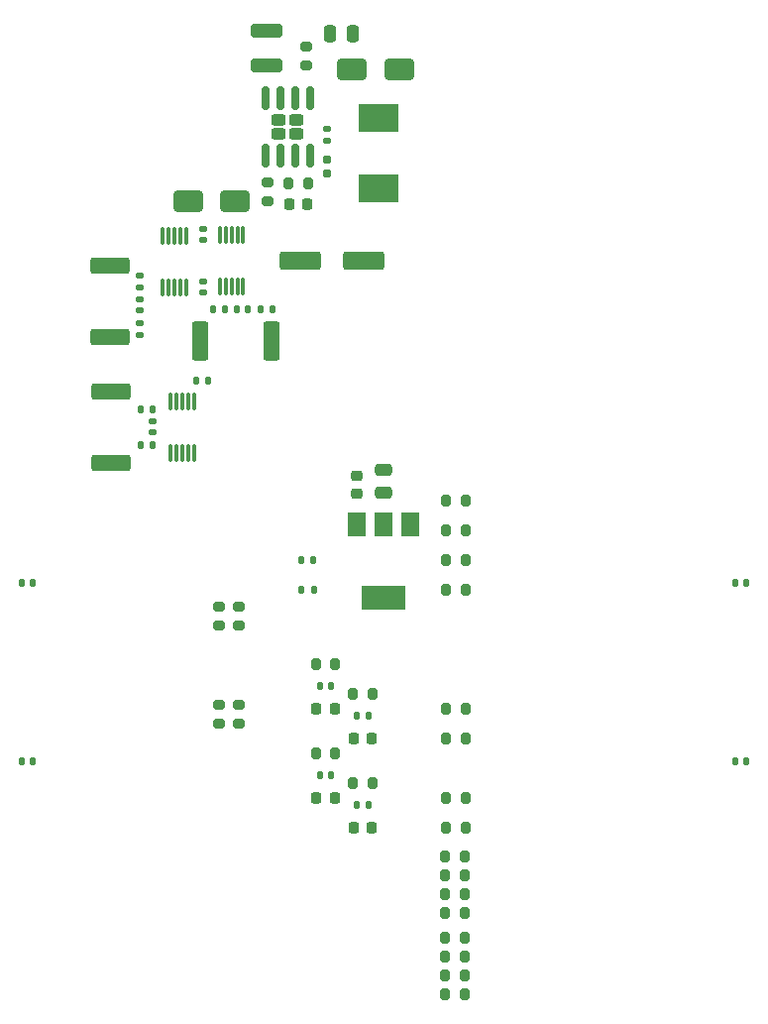
<source format=gbr>
%TF.GenerationSoftware,KiCad,Pcbnew,7.0.10-7.0.10~ubuntu22.04.1*%
%TF.CreationDate,2024-01-22T07:00:45+01:00*%
%TF.ProjectId,RobotMotorController,526f626f-744d-46f7-946f-72436f6e7472,rev?*%
%TF.SameCoordinates,Original*%
%TF.FileFunction,Paste,Top*%
%TF.FilePolarity,Positive*%
%FSLAX46Y46*%
G04 Gerber Fmt 4.6, Leading zero omitted, Abs format (unit mm)*
G04 Created by KiCad (PCBNEW 7.0.10-7.0.10~ubuntu22.04.1) date 2024-01-22 07:00:45*
%MOMM*%
%LPD*%
G01*
G04 APERTURE LIST*
G04 Aperture macros list*
%AMRoundRect*
0 Rectangle with rounded corners*
0 $1 Rounding radius*
0 $2 $3 $4 $5 $6 $7 $8 $9 X,Y pos of 4 corners*
0 Add a 4 corners polygon primitive as box body*
4,1,4,$2,$3,$4,$5,$6,$7,$8,$9,$2,$3,0*
0 Add four circle primitives for the rounded corners*
1,1,$1+$1,$2,$3*
1,1,$1+$1,$4,$5*
1,1,$1+$1,$6,$7*
1,1,$1+$1,$8,$9*
0 Add four rect primitives between the rounded corners*
20,1,$1+$1,$2,$3,$4,$5,0*
20,1,$1+$1,$4,$5,$6,$7,0*
20,1,$1+$1,$6,$7,$8,$9,0*
20,1,$1+$1,$8,$9,$2,$3,0*%
G04 Aperture macros list end*
%ADD10RoundRect,0.200000X-0.200000X-0.275000X0.200000X-0.275000X0.200000X0.275000X-0.200000X0.275000X0*%
%ADD11RoundRect,0.135000X0.135000X0.185000X-0.135000X0.185000X-0.135000X-0.185000X0.135000X-0.185000X0*%
%ADD12RoundRect,0.135000X-0.135000X-0.185000X0.135000X-0.185000X0.135000X0.185000X-0.135000X0.185000X0*%
%ADD13RoundRect,0.218750X0.218750X0.256250X-0.218750X0.256250X-0.218750X-0.256250X0.218750X-0.256250X0*%
%ADD14RoundRect,0.249999X1.425001X-0.450001X1.425001X0.450001X-1.425001X0.450001X-1.425001X-0.450001X0*%
%ADD15R,3.500000X2.350000*%
%ADD16RoundRect,0.250000X1.000000X0.650000X-1.000000X0.650000X-1.000000X-0.650000X1.000000X-0.650000X0*%
%ADD17RoundRect,0.200000X-0.275000X0.200000X-0.275000X-0.200000X0.275000X-0.200000X0.275000X0.200000X0*%
%ADD18R,1.500000X2.000000*%
%ADD19R,3.800000X2.000000*%
%ADD20RoundRect,0.140000X0.170000X-0.140000X0.170000X0.140000X-0.170000X0.140000X-0.170000X-0.140000X0*%
%ADD21RoundRect,0.140000X0.140000X0.170000X-0.140000X0.170000X-0.140000X-0.170000X0.140000X-0.170000X0*%
%ADD22RoundRect,0.225000X0.250000X-0.225000X0.250000X0.225000X-0.250000X0.225000X-0.250000X-0.225000X0*%
%ADD23RoundRect,0.140000X-0.140000X-0.170000X0.140000X-0.170000X0.140000X0.170000X-0.140000X0.170000X0*%
%ADD24RoundRect,0.075000X-0.075000X0.650000X-0.075000X-0.650000X0.075000X-0.650000X0.075000X0.650000X0*%
%ADD25RoundRect,0.240000X-0.385000X0.240000X-0.385000X-0.240000X0.385000X-0.240000X0.385000X0.240000X0*%
%ADD26RoundRect,0.150000X-0.150000X0.825000X-0.150000X-0.825000X0.150000X-0.825000X0.150000X0.825000X0*%
%ADD27RoundRect,0.200000X0.275000X-0.200000X0.275000X0.200000X-0.275000X0.200000X-0.275000X-0.200000X0*%
%ADD28RoundRect,0.075000X0.075000X-0.650000X0.075000X0.650000X-0.075000X0.650000X-0.075000X-0.650000X0*%
%ADD29RoundRect,0.250000X-0.250000X-0.475000X0.250000X-0.475000X0.250000X0.475000X-0.250000X0.475000X0*%
%ADD30RoundRect,0.140000X-0.170000X0.140000X-0.170000X-0.140000X0.170000X-0.140000X0.170000X0.140000X0*%
%ADD31RoundRect,0.160000X0.160000X-0.197500X0.160000X0.197500X-0.160000X0.197500X-0.160000X-0.197500X0*%
%ADD32RoundRect,0.249999X0.450001X1.425001X-0.450001X1.425001X-0.450001X-1.425001X0.450001X-1.425001X0*%
%ADD33RoundRect,0.135000X0.185000X-0.135000X0.185000X0.135000X-0.185000X0.135000X-0.185000X-0.135000X0*%
%ADD34RoundRect,0.250000X0.475000X-0.250000X0.475000X0.250000X-0.475000X0.250000X-0.475000X-0.250000X0*%
%ADD35RoundRect,0.250000X1.500000X0.550000X-1.500000X0.550000X-1.500000X-0.550000X1.500000X-0.550000X0*%
%ADD36RoundRect,0.250000X-1.100000X0.325000X-1.100000X-0.325000X1.100000X-0.325000X1.100000X0.325000X0*%
%ADD37RoundRect,0.225000X0.225000X0.250000X-0.225000X0.250000X-0.225000X-0.250000X0.225000X-0.250000X0*%
%ADD38RoundRect,0.250000X-1.000000X-0.650000X1.000000X-0.650000X1.000000X0.650000X-1.000000X0.650000X0*%
%ADD39RoundRect,0.135000X-0.185000X0.135000X-0.185000X-0.135000X0.185000X-0.135000X0.185000X0.135000X0*%
G04 APERTURE END LIST*
D10*
%TO.C,R12*%
X5323000Y20775000D03*
X6973000Y20775000D03*
%TD*%
%TO.C,R1*%
X5275000Y4900000D03*
X6925000Y4900000D03*
%TD*%
D11*
%TO.C,R37*%
X-19758000Y43309000D03*
X-20778000Y43309000D03*
%TD*%
D12*
%TO.C,R44*%
X-10536000Y54900000D03*
X-9516000Y54900000D03*
%TD*%
D13*
%TO.C,D6*%
X-4187500Y20775000D03*
X-5762500Y20775000D03*
%TD*%
D14*
%TO.C,R38*%
X-23300000Y41750000D03*
X-23300000Y47850000D03*
%TD*%
D10*
%TO.C,R13*%
X5323000Y33475000D03*
X6973000Y33475000D03*
%TD*%
%TO.C,R11*%
X5323000Y18235000D03*
X6973000Y18235000D03*
%TD*%
%TO.C,R9*%
X5323000Y38555000D03*
X6973000Y38555000D03*
%TD*%
D15*
%TO.C,L1*%
X-400000Y71225000D03*
X-400000Y65175000D03*
%TD*%
D16*
%TO.C,D16*%
X1300000Y75400000D03*
X-2700000Y75400000D03*
%TD*%
D10*
%TO.C,R4*%
X5275000Y-2032000D03*
X6925000Y-2032000D03*
%TD*%
%TO.C,R10*%
X5323000Y36015000D03*
X6973000Y36015000D03*
%TD*%
D17*
%TO.C,R24*%
X-14100000Y29525000D03*
X-14100000Y27875000D03*
%TD*%
D18*
%TO.C,U8*%
X2300000Y36550000D03*
X0Y36550000D03*
D19*
X0Y30250000D03*
D18*
X-2300000Y36550000D03*
%TD*%
D20*
%TO.C,C9*%
X-15400000Y56320000D03*
X-15400000Y57280000D03*
%TD*%
D17*
%TO.C,R32*%
X-14100000Y21125000D03*
X-14100000Y19475000D03*
%TD*%
D10*
%TO.C,R15*%
X5275000Y-400000D03*
X6925000Y-400000D03*
%TD*%
D14*
%TO.C,R25*%
X-23400000Y52550000D03*
X-23400000Y58650000D03*
%TD*%
D21*
%TO.C,C5*%
X-11578000Y54900000D03*
X-12538000Y54900000D03*
%TD*%
D10*
%TO.C,R2*%
X5275000Y8128000D03*
X6925000Y8128000D03*
%TD*%
%TO.C,R48*%
X-8125000Y65600000D03*
X-6475000Y65600000D03*
%TD*%
D17*
%TO.C,R31*%
X-12400000Y21125000D03*
X-12400000Y19475000D03*
%TD*%
D22*
%TO.C,C19*%
X-2300000Y39125000D03*
X-2300000Y40675000D03*
%TD*%
D10*
%TO.C,R20*%
X5275000Y6500000D03*
X6925000Y6500000D03*
%TD*%
D21*
%TO.C,C2*%
X-29976000Y31496000D03*
X-30936000Y31496000D03*
%TD*%
D11*
%TO.C,R42*%
X-13580000Y54900000D03*
X-14600000Y54900000D03*
%TD*%
D23*
%TO.C,C10*%
X-5455000Y22680000D03*
X-4495000Y22680000D03*
%TD*%
D24*
%TO.C,U4*%
X-12000000Y61200000D03*
X-12500000Y61200000D03*
X-13000000Y61200000D03*
X-13500000Y61200000D03*
X-14000000Y61200000D03*
X-14000000Y56800000D03*
X-13500000Y56800000D03*
X-13000000Y56800000D03*
X-12500000Y56800000D03*
X-12000000Y56800000D03*
%TD*%
D25*
%TO.C,U10*%
X-7455000Y71045000D03*
X-8955000Y71045000D03*
X-7455000Y69905000D03*
X-8955000Y69905000D03*
D26*
X-6300000Y72950000D03*
X-7570000Y72950000D03*
X-8840000Y72950000D03*
X-10110000Y72950000D03*
X-10110000Y68000000D03*
X-8840000Y68000000D03*
X-7570000Y68000000D03*
X-6300000Y68000000D03*
%TD*%
D27*
%TO.C,R43*%
X-6640000Y75700302D03*
X-6640000Y77350302D03*
%TD*%
D28*
%TO.C,U2*%
X-18871000Y56769000D03*
X-18371000Y56769000D03*
X-17871000Y56769000D03*
X-17371000Y56769000D03*
X-16871000Y56769000D03*
X-16871000Y61169000D03*
X-17371000Y61169000D03*
X-17871000Y61169000D03*
X-18371000Y61169000D03*
X-18871000Y61169000D03*
%TD*%
D29*
%TO.C,C26*%
X-4550000Y78400000D03*
X-2650000Y78400000D03*
%TD*%
D30*
%TO.C,C3*%
X-15400000Y61780000D03*
X-15400000Y60820000D03*
%TD*%
D17*
%TO.C,R23*%
X-12400000Y29525000D03*
X-12400000Y27875000D03*
%TD*%
D11*
%TO.C,R6*%
X-5990000Y33475000D03*
X-7010000Y33475000D03*
%TD*%
D20*
%TO.C,C6*%
X-19760000Y44381000D03*
X-19760000Y45341000D03*
%TD*%
D10*
%TO.C,R8*%
X5323000Y13155000D03*
X6973000Y13155000D03*
%TD*%
%TO.C,R21*%
X-5800000Y24585000D03*
X-4150000Y24585000D03*
%TD*%
D23*
%TO.C,C15*%
X30052000Y16256000D03*
X31012000Y16256000D03*
%TD*%
D20*
%TO.C,C4*%
X-20800000Y54790000D03*
X-20800000Y55750000D03*
%TD*%
D13*
%TO.C,D9*%
X-1012500Y10615000D03*
X-2587500Y10615000D03*
%TD*%
D31*
%TO.C,R45*%
X-4800000Y66502500D03*
X-4800000Y67697500D03*
%TD*%
D32*
%TO.C,R50*%
X-9550000Y52200000D03*
X-15650000Y52200000D03*
%TD*%
D10*
%TO.C,R14*%
X5323000Y30935000D03*
X6973000Y30935000D03*
%TD*%
D23*
%TO.C,C18*%
X-15980000Y48800000D03*
X-15020000Y48800000D03*
%TD*%
D33*
%TO.C,R17*%
X-20800000Y56764000D03*
X-20800000Y57784000D03*
%TD*%
D10*
%TO.C,R18*%
X5275000Y3300000D03*
X6925000Y3300000D03*
%TD*%
D13*
%TO.C,D7*%
X-1012500Y18235000D03*
X-2587500Y18235000D03*
%TD*%
D27*
%TO.C,R49*%
X-9900000Y64075000D03*
X-9900000Y65725000D03*
%TD*%
D34*
%TO.C,C29*%
X0Y39250000D03*
X0Y41150000D03*
%TD*%
D23*
%TO.C,C12*%
X-5455000Y15060000D03*
X-4495000Y15060000D03*
%TD*%
D10*
%TO.C,R7*%
X5323000Y10615000D03*
X6973000Y10615000D03*
%TD*%
D35*
%TO.C,C42*%
X-1700000Y59000000D03*
X-7100000Y59000000D03*
%TD*%
D24*
%TO.C,U5*%
X-16220000Y47033000D03*
X-16720000Y47033000D03*
X-17220000Y47033000D03*
X-17720000Y47033000D03*
X-18220000Y47033000D03*
X-18220000Y42633000D03*
X-17720000Y42633000D03*
X-17220000Y42633000D03*
X-16720000Y42633000D03*
X-16220000Y42633000D03*
%TD*%
D23*
%TO.C,C11*%
X-2280000Y20140000D03*
X-1320000Y20140000D03*
%TD*%
D36*
%TO.C,C24*%
X-10040000Y78700302D03*
X-10040000Y75750302D03*
%TD*%
D23*
%TO.C,C1*%
X30052000Y31496000D03*
X31012000Y31496000D03*
%TD*%
D11*
%TO.C,R36*%
X-19756000Y46357000D03*
X-20776000Y46357000D03*
%TD*%
D30*
%TO.C,C33*%
X-4800000Y70280000D03*
X-4800000Y69320000D03*
%TD*%
D37*
%TO.C,C36*%
X-6525000Y63900000D03*
X-8075000Y63900000D03*
%TD*%
D10*
%TO.C,R30*%
X-2625000Y14425000D03*
X-975000Y14425000D03*
%TD*%
D13*
%TO.C,D8*%
X-4187500Y13155000D03*
X-5762500Y13155000D03*
%TD*%
D10*
%TO.C,R5*%
X5275000Y1200000D03*
X6925000Y1200000D03*
%TD*%
D21*
%TO.C,C14*%
X-29948000Y16256000D03*
X-30908000Y16256000D03*
%TD*%
D10*
%TO.C,R29*%
X-5800000Y16965000D03*
X-4150000Y16965000D03*
%TD*%
%TO.C,R22*%
X-2625000Y22045000D03*
X-975000Y22045000D03*
%TD*%
D38*
%TO.C,D15*%
X-16700000Y64100000D03*
X-12700000Y64100000D03*
%TD*%
D23*
%TO.C,C13*%
X-2280000Y12520000D03*
X-1320000Y12520000D03*
%TD*%
D11*
%TO.C,R16*%
X-5980000Y30935000D03*
X-7000000Y30935000D03*
%TD*%
D39*
%TO.C,R19*%
X-20800000Y53720000D03*
X-20800000Y52700000D03*
%TD*%
D10*
%TO.C,R3*%
X5275000Y-3600000D03*
X6925000Y-3600000D03*
%TD*%
M02*

</source>
